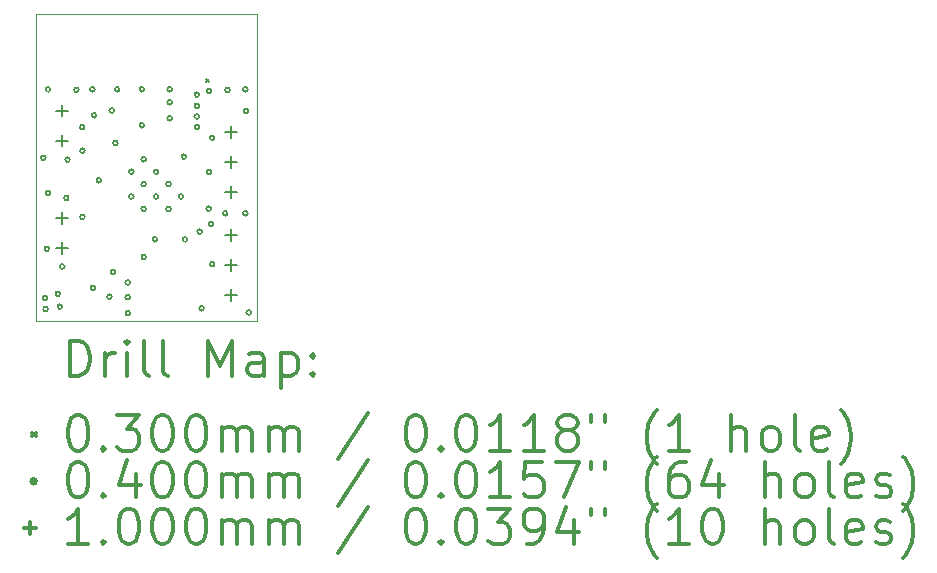
<source format=gbr>
%FSLAX45Y45*%
G04 Gerber Fmt 4.5, Leading zero omitted, Abs format (unit mm)*
G04 Created by KiCad (PCBNEW (5.1.10-1-10_14)) date 2021-11-01 10:51:18*
%MOMM*%
%LPD*%
G01*
G04 APERTURE LIST*
%TA.AperFunction,Profile*%
%ADD10C,0.050000*%
%TD*%
%ADD11C,0.200000*%
%ADD12C,0.300000*%
G04 APERTURE END LIST*
D10*
X10460000Y-7110000D02*
X10460000Y-4510000D01*
X12330000Y-7110000D02*
X10460000Y-7110000D01*
X12330000Y-4510000D02*
X12330000Y-7110000D01*
X10460000Y-4510000D02*
X12330000Y-4510000D01*
D11*
X11895000Y-5060000D02*
X11925000Y-5090000D01*
X11925000Y-5060000D02*
X11895000Y-5090000D01*
X10540000Y-5730000D02*
G75*
G03*
X10540000Y-5730000I-20000J0D01*
G01*
X10555000Y-6915000D02*
G75*
G03*
X10555000Y-6915000I-20000J0D01*
G01*
X10560000Y-7010000D02*
G75*
G03*
X10560000Y-7010000I-20000J0D01*
G01*
X10570000Y-6500000D02*
G75*
G03*
X10570000Y-6500000I-20000J0D01*
G01*
X10580000Y-5150000D02*
G75*
G03*
X10580000Y-5150000I-20000J0D01*
G01*
X10580000Y-6030000D02*
G75*
G03*
X10580000Y-6030000I-20000J0D01*
G01*
X10662500Y-6882500D02*
G75*
G03*
X10662500Y-6882500I-20000J0D01*
G01*
X10680000Y-6990000D02*
G75*
G03*
X10680000Y-6990000I-20000J0D01*
G01*
X10700000Y-6650000D02*
G75*
G03*
X10700000Y-6650000I-20000J0D01*
G01*
X10735000Y-6070000D02*
G75*
G03*
X10735000Y-6070000I-20000J0D01*
G01*
X10745000Y-5745000D02*
G75*
G03*
X10745000Y-5745000I-20000J0D01*
G01*
X10820000Y-5155000D02*
G75*
G03*
X10820000Y-5155000I-20000J0D01*
G01*
X10870000Y-5470000D02*
G75*
G03*
X10870000Y-5470000I-20000J0D01*
G01*
X10871000Y-6230000D02*
G75*
G03*
X10871000Y-6230000I-20000J0D01*
G01*
X10871563Y-5668437D02*
G75*
G03*
X10871563Y-5668437I-20000J0D01*
G01*
X10955000Y-5150000D02*
G75*
G03*
X10955000Y-5150000I-20000J0D01*
G01*
X10960000Y-6830000D02*
G75*
G03*
X10960000Y-6830000I-20000J0D01*
G01*
X10970000Y-5370000D02*
G75*
G03*
X10970000Y-5370000I-20000J0D01*
G01*
X11010000Y-5920000D02*
G75*
G03*
X11010000Y-5920000I-20000J0D01*
G01*
X11100000Y-6905000D02*
G75*
G03*
X11100000Y-6905000I-20000J0D01*
G01*
X11120000Y-5330000D02*
G75*
G03*
X11120000Y-5330000I-20000J0D01*
G01*
X11130000Y-6695000D02*
G75*
G03*
X11130000Y-6695000I-20000J0D01*
G01*
X11150000Y-5605000D02*
G75*
G03*
X11150000Y-5605000I-20000J0D01*
G01*
X11165000Y-5150000D02*
G75*
G03*
X11165000Y-5150000I-20000J0D01*
G01*
X11255000Y-6785981D02*
G75*
G03*
X11255000Y-6785981I-20000J0D01*
G01*
X11255000Y-6910000D02*
G75*
G03*
X11255000Y-6910000I-20000J0D01*
G01*
X11255000Y-7045000D02*
G75*
G03*
X11255000Y-7045000I-20000J0D01*
G01*
X11285000Y-5847500D02*
G75*
G03*
X11285000Y-5847500I-20000J0D01*
G01*
X11285000Y-6057500D02*
G75*
G03*
X11285000Y-6057500I-20000J0D01*
G01*
X11375000Y-5150000D02*
G75*
G03*
X11375000Y-5150000I-20000J0D01*
G01*
X11375000Y-5455000D02*
G75*
G03*
X11375000Y-5455000I-20000J0D01*
G01*
X11390000Y-5742500D02*
G75*
G03*
X11390000Y-5742500I-20000J0D01*
G01*
X11390000Y-5952500D02*
G75*
G03*
X11390000Y-5952500I-20000J0D01*
G01*
X11390000Y-6162500D02*
G75*
G03*
X11390000Y-6162500I-20000J0D01*
G01*
X11390000Y-6570000D02*
G75*
G03*
X11390000Y-6570000I-20000J0D01*
G01*
X11485000Y-6420000D02*
G75*
G03*
X11485000Y-6420000I-20000J0D01*
G01*
X11495000Y-5847500D02*
G75*
G03*
X11495000Y-5847500I-20000J0D01*
G01*
X11495000Y-6057500D02*
G75*
G03*
X11495000Y-6057500I-20000J0D01*
G01*
X11600000Y-5952500D02*
G75*
G03*
X11600000Y-5952500I-20000J0D01*
G01*
X11600000Y-6162500D02*
G75*
G03*
X11600000Y-6162500I-20000J0D01*
G01*
X11610000Y-5150000D02*
G75*
G03*
X11610000Y-5150000I-20000J0D01*
G01*
X11610000Y-5260000D02*
G75*
G03*
X11610000Y-5260000I-20000J0D01*
G01*
X11610000Y-5395000D02*
G75*
G03*
X11610000Y-5395000I-20000J0D01*
G01*
X11705000Y-6057500D02*
G75*
G03*
X11705000Y-6057500I-20000J0D01*
G01*
X11730000Y-5720000D02*
G75*
G03*
X11730000Y-5720000I-20000J0D01*
G01*
X11740000Y-6420000D02*
G75*
G03*
X11740000Y-6420000I-20000J0D01*
G01*
X11840000Y-5195000D02*
G75*
G03*
X11840000Y-5195000I-20000J0D01*
G01*
X11840000Y-5290000D02*
G75*
G03*
X11840000Y-5290000I-20000J0D01*
G01*
X11840000Y-5380000D02*
G75*
G03*
X11840000Y-5380000I-20000J0D01*
G01*
X11840000Y-5470000D02*
G75*
G03*
X11840000Y-5470000I-20000J0D01*
G01*
X11865000Y-6355000D02*
G75*
G03*
X11865000Y-6355000I-20000J0D01*
G01*
X11880000Y-7005000D02*
G75*
G03*
X11880000Y-7005000I-20000J0D01*
G01*
X11940000Y-6160000D02*
G75*
G03*
X11940000Y-6160000I-20000J0D01*
G01*
X11941499Y-5850000D02*
G75*
G03*
X11941499Y-5850000I-20000J0D01*
G01*
X11942500Y-5165000D02*
G75*
G03*
X11942500Y-5165000I-20000J0D01*
G01*
X11960000Y-6290000D02*
G75*
G03*
X11960000Y-6290000I-20000J0D01*
G01*
X11970000Y-5560000D02*
G75*
G03*
X11970000Y-5560000I-20000J0D01*
G01*
X11970000Y-6630000D02*
G75*
G03*
X11970000Y-6630000I-20000J0D01*
G01*
X12080000Y-6200000D02*
G75*
G03*
X12080000Y-6200000I-20000J0D01*
G01*
X12100000Y-5155000D02*
G75*
G03*
X12100000Y-5155000I-20000J0D01*
G01*
X12250000Y-5150000D02*
G75*
G03*
X12250000Y-5150000I-20000J0D01*
G01*
X12250000Y-6200000D02*
G75*
G03*
X12250000Y-6200000I-20000J0D01*
G01*
X12255000Y-5335000D02*
G75*
G03*
X12255000Y-5335000I-20000J0D01*
G01*
X12280000Y-7040000D02*
G75*
G03*
X12280000Y-7040000I-20000J0D01*
G01*
X10680000Y-5280000D02*
X10680000Y-5380000D01*
X10630000Y-5330000D02*
X10730000Y-5330000D01*
X10680000Y-5534000D02*
X10680000Y-5634000D01*
X10630000Y-5584000D02*
X10730000Y-5584000D01*
X10680000Y-6190000D02*
X10680000Y-6290000D01*
X10630000Y-6240000D02*
X10730000Y-6240000D01*
X10680000Y-6444000D02*
X10680000Y-6544000D01*
X10630000Y-6494000D02*
X10730000Y-6494000D01*
X12110000Y-5462000D02*
X12110000Y-5562000D01*
X12060000Y-5512000D02*
X12160000Y-5512000D01*
X12110000Y-5716000D02*
X12110000Y-5816000D01*
X12060000Y-5766000D02*
X12160000Y-5766000D01*
X12110000Y-5970000D02*
X12110000Y-6070000D01*
X12060000Y-6020000D02*
X12160000Y-6020000D01*
X12110000Y-6330000D02*
X12110000Y-6430000D01*
X12060000Y-6380000D02*
X12160000Y-6380000D01*
X12110000Y-6584000D02*
X12110000Y-6684000D01*
X12060000Y-6634000D02*
X12160000Y-6634000D01*
X12110000Y-6838000D02*
X12110000Y-6938000D01*
X12060000Y-6888000D02*
X12160000Y-6888000D01*
D12*
X10743928Y-7578214D02*
X10743928Y-7278214D01*
X10815357Y-7278214D01*
X10858214Y-7292500D01*
X10886786Y-7321071D01*
X10901071Y-7349643D01*
X10915357Y-7406786D01*
X10915357Y-7449643D01*
X10901071Y-7506786D01*
X10886786Y-7535357D01*
X10858214Y-7563929D01*
X10815357Y-7578214D01*
X10743928Y-7578214D01*
X11043928Y-7578214D02*
X11043928Y-7378214D01*
X11043928Y-7435357D02*
X11058214Y-7406786D01*
X11072500Y-7392500D01*
X11101071Y-7378214D01*
X11129643Y-7378214D01*
X11229643Y-7578214D02*
X11229643Y-7378214D01*
X11229643Y-7278214D02*
X11215357Y-7292500D01*
X11229643Y-7306786D01*
X11243928Y-7292500D01*
X11229643Y-7278214D01*
X11229643Y-7306786D01*
X11415357Y-7578214D02*
X11386786Y-7563929D01*
X11372500Y-7535357D01*
X11372500Y-7278214D01*
X11572500Y-7578214D02*
X11543928Y-7563929D01*
X11529643Y-7535357D01*
X11529643Y-7278214D01*
X11915357Y-7578214D02*
X11915357Y-7278214D01*
X12015357Y-7492500D01*
X12115357Y-7278214D01*
X12115357Y-7578214D01*
X12386786Y-7578214D02*
X12386786Y-7421071D01*
X12372500Y-7392500D01*
X12343928Y-7378214D01*
X12286786Y-7378214D01*
X12258214Y-7392500D01*
X12386786Y-7563929D02*
X12358214Y-7578214D01*
X12286786Y-7578214D01*
X12258214Y-7563929D01*
X12243928Y-7535357D01*
X12243928Y-7506786D01*
X12258214Y-7478214D01*
X12286786Y-7463929D01*
X12358214Y-7463929D01*
X12386786Y-7449643D01*
X12529643Y-7378214D02*
X12529643Y-7678214D01*
X12529643Y-7392500D02*
X12558214Y-7378214D01*
X12615357Y-7378214D01*
X12643928Y-7392500D01*
X12658214Y-7406786D01*
X12672500Y-7435357D01*
X12672500Y-7521071D01*
X12658214Y-7549643D01*
X12643928Y-7563929D01*
X12615357Y-7578214D01*
X12558214Y-7578214D01*
X12529643Y-7563929D01*
X12801071Y-7549643D02*
X12815357Y-7563929D01*
X12801071Y-7578214D01*
X12786786Y-7563929D01*
X12801071Y-7549643D01*
X12801071Y-7578214D01*
X12801071Y-7392500D02*
X12815357Y-7406786D01*
X12801071Y-7421071D01*
X12786786Y-7406786D01*
X12801071Y-7392500D01*
X12801071Y-7421071D01*
X10427500Y-8057500D02*
X10457500Y-8087500D01*
X10457500Y-8057500D02*
X10427500Y-8087500D01*
X10801071Y-7908214D02*
X10829643Y-7908214D01*
X10858214Y-7922500D01*
X10872500Y-7936786D01*
X10886786Y-7965357D01*
X10901071Y-8022500D01*
X10901071Y-8093929D01*
X10886786Y-8151071D01*
X10872500Y-8179643D01*
X10858214Y-8193929D01*
X10829643Y-8208214D01*
X10801071Y-8208214D01*
X10772500Y-8193929D01*
X10758214Y-8179643D01*
X10743928Y-8151071D01*
X10729643Y-8093929D01*
X10729643Y-8022500D01*
X10743928Y-7965357D01*
X10758214Y-7936786D01*
X10772500Y-7922500D01*
X10801071Y-7908214D01*
X11029643Y-8179643D02*
X11043928Y-8193929D01*
X11029643Y-8208214D01*
X11015357Y-8193929D01*
X11029643Y-8179643D01*
X11029643Y-8208214D01*
X11143928Y-7908214D02*
X11329643Y-7908214D01*
X11229643Y-8022500D01*
X11272500Y-8022500D01*
X11301071Y-8036786D01*
X11315357Y-8051071D01*
X11329643Y-8079643D01*
X11329643Y-8151071D01*
X11315357Y-8179643D01*
X11301071Y-8193929D01*
X11272500Y-8208214D01*
X11186786Y-8208214D01*
X11158214Y-8193929D01*
X11143928Y-8179643D01*
X11515357Y-7908214D02*
X11543928Y-7908214D01*
X11572500Y-7922500D01*
X11586786Y-7936786D01*
X11601071Y-7965357D01*
X11615357Y-8022500D01*
X11615357Y-8093929D01*
X11601071Y-8151071D01*
X11586786Y-8179643D01*
X11572500Y-8193929D01*
X11543928Y-8208214D01*
X11515357Y-8208214D01*
X11486786Y-8193929D01*
X11472500Y-8179643D01*
X11458214Y-8151071D01*
X11443928Y-8093929D01*
X11443928Y-8022500D01*
X11458214Y-7965357D01*
X11472500Y-7936786D01*
X11486786Y-7922500D01*
X11515357Y-7908214D01*
X11801071Y-7908214D02*
X11829643Y-7908214D01*
X11858214Y-7922500D01*
X11872500Y-7936786D01*
X11886786Y-7965357D01*
X11901071Y-8022500D01*
X11901071Y-8093929D01*
X11886786Y-8151071D01*
X11872500Y-8179643D01*
X11858214Y-8193929D01*
X11829643Y-8208214D01*
X11801071Y-8208214D01*
X11772500Y-8193929D01*
X11758214Y-8179643D01*
X11743928Y-8151071D01*
X11729643Y-8093929D01*
X11729643Y-8022500D01*
X11743928Y-7965357D01*
X11758214Y-7936786D01*
X11772500Y-7922500D01*
X11801071Y-7908214D01*
X12029643Y-8208214D02*
X12029643Y-8008214D01*
X12029643Y-8036786D02*
X12043928Y-8022500D01*
X12072500Y-8008214D01*
X12115357Y-8008214D01*
X12143928Y-8022500D01*
X12158214Y-8051071D01*
X12158214Y-8208214D01*
X12158214Y-8051071D02*
X12172500Y-8022500D01*
X12201071Y-8008214D01*
X12243928Y-8008214D01*
X12272500Y-8022500D01*
X12286786Y-8051071D01*
X12286786Y-8208214D01*
X12429643Y-8208214D02*
X12429643Y-8008214D01*
X12429643Y-8036786D02*
X12443928Y-8022500D01*
X12472500Y-8008214D01*
X12515357Y-8008214D01*
X12543928Y-8022500D01*
X12558214Y-8051071D01*
X12558214Y-8208214D01*
X12558214Y-8051071D02*
X12572500Y-8022500D01*
X12601071Y-8008214D01*
X12643928Y-8008214D01*
X12672500Y-8022500D01*
X12686786Y-8051071D01*
X12686786Y-8208214D01*
X13272500Y-7893929D02*
X13015357Y-8279643D01*
X13658214Y-7908214D02*
X13686786Y-7908214D01*
X13715357Y-7922500D01*
X13729643Y-7936786D01*
X13743928Y-7965357D01*
X13758214Y-8022500D01*
X13758214Y-8093929D01*
X13743928Y-8151071D01*
X13729643Y-8179643D01*
X13715357Y-8193929D01*
X13686786Y-8208214D01*
X13658214Y-8208214D01*
X13629643Y-8193929D01*
X13615357Y-8179643D01*
X13601071Y-8151071D01*
X13586786Y-8093929D01*
X13586786Y-8022500D01*
X13601071Y-7965357D01*
X13615357Y-7936786D01*
X13629643Y-7922500D01*
X13658214Y-7908214D01*
X13886786Y-8179643D02*
X13901071Y-8193929D01*
X13886786Y-8208214D01*
X13872500Y-8193929D01*
X13886786Y-8179643D01*
X13886786Y-8208214D01*
X14086786Y-7908214D02*
X14115357Y-7908214D01*
X14143928Y-7922500D01*
X14158214Y-7936786D01*
X14172500Y-7965357D01*
X14186786Y-8022500D01*
X14186786Y-8093929D01*
X14172500Y-8151071D01*
X14158214Y-8179643D01*
X14143928Y-8193929D01*
X14115357Y-8208214D01*
X14086786Y-8208214D01*
X14058214Y-8193929D01*
X14043928Y-8179643D01*
X14029643Y-8151071D01*
X14015357Y-8093929D01*
X14015357Y-8022500D01*
X14029643Y-7965357D01*
X14043928Y-7936786D01*
X14058214Y-7922500D01*
X14086786Y-7908214D01*
X14472500Y-8208214D02*
X14301071Y-8208214D01*
X14386786Y-8208214D02*
X14386786Y-7908214D01*
X14358214Y-7951071D01*
X14329643Y-7979643D01*
X14301071Y-7993929D01*
X14758214Y-8208214D02*
X14586786Y-8208214D01*
X14672500Y-8208214D02*
X14672500Y-7908214D01*
X14643928Y-7951071D01*
X14615357Y-7979643D01*
X14586786Y-7993929D01*
X14929643Y-8036786D02*
X14901071Y-8022500D01*
X14886786Y-8008214D01*
X14872500Y-7979643D01*
X14872500Y-7965357D01*
X14886786Y-7936786D01*
X14901071Y-7922500D01*
X14929643Y-7908214D01*
X14986786Y-7908214D01*
X15015357Y-7922500D01*
X15029643Y-7936786D01*
X15043928Y-7965357D01*
X15043928Y-7979643D01*
X15029643Y-8008214D01*
X15015357Y-8022500D01*
X14986786Y-8036786D01*
X14929643Y-8036786D01*
X14901071Y-8051071D01*
X14886786Y-8065357D01*
X14872500Y-8093929D01*
X14872500Y-8151071D01*
X14886786Y-8179643D01*
X14901071Y-8193929D01*
X14929643Y-8208214D01*
X14986786Y-8208214D01*
X15015357Y-8193929D01*
X15029643Y-8179643D01*
X15043928Y-8151071D01*
X15043928Y-8093929D01*
X15029643Y-8065357D01*
X15015357Y-8051071D01*
X14986786Y-8036786D01*
X15158214Y-7908214D02*
X15158214Y-7965357D01*
X15272500Y-7908214D02*
X15272500Y-7965357D01*
X15715357Y-8322500D02*
X15701071Y-8308214D01*
X15672500Y-8265357D01*
X15658214Y-8236786D01*
X15643928Y-8193929D01*
X15629643Y-8122500D01*
X15629643Y-8065357D01*
X15643928Y-7993929D01*
X15658214Y-7951071D01*
X15672500Y-7922500D01*
X15701071Y-7879643D01*
X15715357Y-7865357D01*
X15986786Y-8208214D02*
X15815357Y-8208214D01*
X15901071Y-8208214D02*
X15901071Y-7908214D01*
X15872500Y-7951071D01*
X15843928Y-7979643D01*
X15815357Y-7993929D01*
X16343928Y-8208214D02*
X16343928Y-7908214D01*
X16472500Y-8208214D02*
X16472500Y-8051071D01*
X16458214Y-8022500D01*
X16429643Y-8008214D01*
X16386786Y-8008214D01*
X16358214Y-8022500D01*
X16343928Y-8036786D01*
X16658214Y-8208214D02*
X16629643Y-8193929D01*
X16615357Y-8179643D01*
X16601071Y-8151071D01*
X16601071Y-8065357D01*
X16615357Y-8036786D01*
X16629643Y-8022500D01*
X16658214Y-8008214D01*
X16701071Y-8008214D01*
X16729643Y-8022500D01*
X16743928Y-8036786D01*
X16758214Y-8065357D01*
X16758214Y-8151071D01*
X16743928Y-8179643D01*
X16729643Y-8193929D01*
X16701071Y-8208214D01*
X16658214Y-8208214D01*
X16929643Y-8208214D02*
X16901071Y-8193929D01*
X16886786Y-8165357D01*
X16886786Y-7908214D01*
X17158214Y-8193929D02*
X17129643Y-8208214D01*
X17072500Y-8208214D01*
X17043928Y-8193929D01*
X17029643Y-8165357D01*
X17029643Y-8051071D01*
X17043928Y-8022500D01*
X17072500Y-8008214D01*
X17129643Y-8008214D01*
X17158214Y-8022500D01*
X17172500Y-8051071D01*
X17172500Y-8079643D01*
X17029643Y-8108214D01*
X17272500Y-8322500D02*
X17286786Y-8308214D01*
X17315357Y-8265357D01*
X17329643Y-8236786D01*
X17343928Y-8193929D01*
X17358214Y-8122500D01*
X17358214Y-8065357D01*
X17343928Y-7993929D01*
X17329643Y-7951071D01*
X17315357Y-7922500D01*
X17286786Y-7879643D01*
X17272500Y-7865357D01*
X10457500Y-8468500D02*
G75*
G03*
X10457500Y-8468500I-20000J0D01*
G01*
X10801071Y-8304214D02*
X10829643Y-8304214D01*
X10858214Y-8318500D01*
X10872500Y-8332786D01*
X10886786Y-8361357D01*
X10901071Y-8418500D01*
X10901071Y-8489929D01*
X10886786Y-8547072D01*
X10872500Y-8575643D01*
X10858214Y-8589929D01*
X10829643Y-8604214D01*
X10801071Y-8604214D01*
X10772500Y-8589929D01*
X10758214Y-8575643D01*
X10743928Y-8547072D01*
X10729643Y-8489929D01*
X10729643Y-8418500D01*
X10743928Y-8361357D01*
X10758214Y-8332786D01*
X10772500Y-8318500D01*
X10801071Y-8304214D01*
X11029643Y-8575643D02*
X11043928Y-8589929D01*
X11029643Y-8604214D01*
X11015357Y-8589929D01*
X11029643Y-8575643D01*
X11029643Y-8604214D01*
X11301071Y-8404214D02*
X11301071Y-8604214D01*
X11229643Y-8289929D02*
X11158214Y-8504214D01*
X11343928Y-8504214D01*
X11515357Y-8304214D02*
X11543928Y-8304214D01*
X11572500Y-8318500D01*
X11586786Y-8332786D01*
X11601071Y-8361357D01*
X11615357Y-8418500D01*
X11615357Y-8489929D01*
X11601071Y-8547072D01*
X11586786Y-8575643D01*
X11572500Y-8589929D01*
X11543928Y-8604214D01*
X11515357Y-8604214D01*
X11486786Y-8589929D01*
X11472500Y-8575643D01*
X11458214Y-8547072D01*
X11443928Y-8489929D01*
X11443928Y-8418500D01*
X11458214Y-8361357D01*
X11472500Y-8332786D01*
X11486786Y-8318500D01*
X11515357Y-8304214D01*
X11801071Y-8304214D02*
X11829643Y-8304214D01*
X11858214Y-8318500D01*
X11872500Y-8332786D01*
X11886786Y-8361357D01*
X11901071Y-8418500D01*
X11901071Y-8489929D01*
X11886786Y-8547072D01*
X11872500Y-8575643D01*
X11858214Y-8589929D01*
X11829643Y-8604214D01*
X11801071Y-8604214D01*
X11772500Y-8589929D01*
X11758214Y-8575643D01*
X11743928Y-8547072D01*
X11729643Y-8489929D01*
X11729643Y-8418500D01*
X11743928Y-8361357D01*
X11758214Y-8332786D01*
X11772500Y-8318500D01*
X11801071Y-8304214D01*
X12029643Y-8604214D02*
X12029643Y-8404214D01*
X12029643Y-8432786D02*
X12043928Y-8418500D01*
X12072500Y-8404214D01*
X12115357Y-8404214D01*
X12143928Y-8418500D01*
X12158214Y-8447072D01*
X12158214Y-8604214D01*
X12158214Y-8447072D02*
X12172500Y-8418500D01*
X12201071Y-8404214D01*
X12243928Y-8404214D01*
X12272500Y-8418500D01*
X12286786Y-8447072D01*
X12286786Y-8604214D01*
X12429643Y-8604214D02*
X12429643Y-8404214D01*
X12429643Y-8432786D02*
X12443928Y-8418500D01*
X12472500Y-8404214D01*
X12515357Y-8404214D01*
X12543928Y-8418500D01*
X12558214Y-8447072D01*
X12558214Y-8604214D01*
X12558214Y-8447072D02*
X12572500Y-8418500D01*
X12601071Y-8404214D01*
X12643928Y-8404214D01*
X12672500Y-8418500D01*
X12686786Y-8447072D01*
X12686786Y-8604214D01*
X13272500Y-8289929D02*
X13015357Y-8675643D01*
X13658214Y-8304214D02*
X13686786Y-8304214D01*
X13715357Y-8318500D01*
X13729643Y-8332786D01*
X13743928Y-8361357D01*
X13758214Y-8418500D01*
X13758214Y-8489929D01*
X13743928Y-8547072D01*
X13729643Y-8575643D01*
X13715357Y-8589929D01*
X13686786Y-8604214D01*
X13658214Y-8604214D01*
X13629643Y-8589929D01*
X13615357Y-8575643D01*
X13601071Y-8547072D01*
X13586786Y-8489929D01*
X13586786Y-8418500D01*
X13601071Y-8361357D01*
X13615357Y-8332786D01*
X13629643Y-8318500D01*
X13658214Y-8304214D01*
X13886786Y-8575643D02*
X13901071Y-8589929D01*
X13886786Y-8604214D01*
X13872500Y-8589929D01*
X13886786Y-8575643D01*
X13886786Y-8604214D01*
X14086786Y-8304214D02*
X14115357Y-8304214D01*
X14143928Y-8318500D01*
X14158214Y-8332786D01*
X14172500Y-8361357D01*
X14186786Y-8418500D01*
X14186786Y-8489929D01*
X14172500Y-8547072D01*
X14158214Y-8575643D01*
X14143928Y-8589929D01*
X14115357Y-8604214D01*
X14086786Y-8604214D01*
X14058214Y-8589929D01*
X14043928Y-8575643D01*
X14029643Y-8547072D01*
X14015357Y-8489929D01*
X14015357Y-8418500D01*
X14029643Y-8361357D01*
X14043928Y-8332786D01*
X14058214Y-8318500D01*
X14086786Y-8304214D01*
X14472500Y-8604214D02*
X14301071Y-8604214D01*
X14386786Y-8604214D02*
X14386786Y-8304214D01*
X14358214Y-8347071D01*
X14329643Y-8375643D01*
X14301071Y-8389929D01*
X14743928Y-8304214D02*
X14601071Y-8304214D01*
X14586786Y-8447072D01*
X14601071Y-8432786D01*
X14629643Y-8418500D01*
X14701071Y-8418500D01*
X14729643Y-8432786D01*
X14743928Y-8447072D01*
X14758214Y-8475643D01*
X14758214Y-8547072D01*
X14743928Y-8575643D01*
X14729643Y-8589929D01*
X14701071Y-8604214D01*
X14629643Y-8604214D01*
X14601071Y-8589929D01*
X14586786Y-8575643D01*
X14858214Y-8304214D02*
X15058214Y-8304214D01*
X14929643Y-8604214D01*
X15158214Y-8304214D02*
X15158214Y-8361357D01*
X15272500Y-8304214D02*
X15272500Y-8361357D01*
X15715357Y-8718500D02*
X15701071Y-8704214D01*
X15672500Y-8661357D01*
X15658214Y-8632786D01*
X15643928Y-8589929D01*
X15629643Y-8518500D01*
X15629643Y-8461357D01*
X15643928Y-8389929D01*
X15658214Y-8347071D01*
X15672500Y-8318500D01*
X15701071Y-8275643D01*
X15715357Y-8261357D01*
X15958214Y-8304214D02*
X15901071Y-8304214D01*
X15872500Y-8318500D01*
X15858214Y-8332786D01*
X15829643Y-8375643D01*
X15815357Y-8432786D01*
X15815357Y-8547072D01*
X15829643Y-8575643D01*
X15843928Y-8589929D01*
X15872500Y-8604214D01*
X15929643Y-8604214D01*
X15958214Y-8589929D01*
X15972500Y-8575643D01*
X15986786Y-8547072D01*
X15986786Y-8475643D01*
X15972500Y-8447072D01*
X15958214Y-8432786D01*
X15929643Y-8418500D01*
X15872500Y-8418500D01*
X15843928Y-8432786D01*
X15829643Y-8447072D01*
X15815357Y-8475643D01*
X16243928Y-8404214D02*
X16243928Y-8604214D01*
X16172500Y-8289929D02*
X16101071Y-8504214D01*
X16286786Y-8504214D01*
X16629643Y-8604214D02*
X16629643Y-8304214D01*
X16758214Y-8604214D02*
X16758214Y-8447072D01*
X16743928Y-8418500D01*
X16715357Y-8404214D01*
X16672500Y-8404214D01*
X16643928Y-8418500D01*
X16629643Y-8432786D01*
X16943928Y-8604214D02*
X16915357Y-8589929D01*
X16901071Y-8575643D01*
X16886786Y-8547072D01*
X16886786Y-8461357D01*
X16901071Y-8432786D01*
X16915357Y-8418500D01*
X16943928Y-8404214D01*
X16986786Y-8404214D01*
X17015357Y-8418500D01*
X17029643Y-8432786D01*
X17043928Y-8461357D01*
X17043928Y-8547072D01*
X17029643Y-8575643D01*
X17015357Y-8589929D01*
X16986786Y-8604214D01*
X16943928Y-8604214D01*
X17215357Y-8604214D02*
X17186786Y-8589929D01*
X17172500Y-8561357D01*
X17172500Y-8304214D01*
X17443928Y-8589929D02*
X17415357Y-8604214D01*
X17358214Y-8604214D01*
X17329643Y-8589929D01*
X17315357Y-8561357D01*
X17315357Y-8447072D01*
X17329643Y-8418500D01*
X17358214Y-8404214D01*
X17415357Y-8404214D01*
X17443928Y-8418500D01*
X17458214Y-8447072D01*
X17458214Y-8475643D01*
X17315357Y-8504214D01*
X17572500Y-8589929D02*
X17601071Y-8604214D01*
X17658214Y-8604214D01*
X17686786Y-8589929D01*
X17701071Y-8561357D01*
X17701071Y-8547072D01*
X17686786Y-8518500D01*
X17658214Y-8504214D01*
X17615357Y-8504214D01*
X17586786Y-8489929D01*
X17572500Y-8461357D01*
X17572500Y-8447072D01*
X17586786Y-8418500D01*
X17615357Y-8404214D01*
X17658214Y-8404214D01*
X17686786Y-8418500D01*
X17801071Y-8718500D02*
X17815357Y-8704214D01*
X17843928Y-8661357D01*
X17858214Y-8632786D01*
X17872500Y-8589929D01*
X17886786Y-8518500D01*
X17886786Y-8461357D01*
X17872500Y-8389929D01*
X17858214Y-8347071D01*
X17843928Y-8318500D01*
X17815357Y-8275643D01*
X17801071Y-8261357D01*
X10407500Y-8814500D02*
X10407500Y-8914500D01*
X10357500Y-8864500D02*
X10457500Y-8864500D01*
X10901071Y-9000214D02*
X10729643Y-9000214D01*
X10815357Y-9000214D02*
X10815357Y-8700214D01*
X10786786Y-8743072D01*
X10758214Y-8771643D01*
X10729643Y-8785929D01*
X11029643Y-8971643D02*
X11043928Y-8985929D01*
X11029643Y-9000214D01*
X11015357Y-8985929D01*
X11029643Y-8971643D01*
X11029643Y-9000214D01*
X11229643Y-8700214D02*
X11258214Y-8700214D01*
X11286786Y-8714500D01*
X11301071Y-8728786D01*
X11315357Y-8757357D01*
X11329643Y-8814500D01*
X11329643Y-8885929D01*
X11315357Y-8943072D01*
X11301071Y-8971643D01*
X11286786Y-8985929D01*
X11258214Y-9000214D01*
X11229643Y-9000214D01*
X11201071Y-8985929D01*
X11186786Y-8971643D01*
X11172500Y-8943072D01*
X11158214Y-8885929D01*
X11158214Y-8814500D01*
X11172500Y-8757357D01*
X11186786Y-8728786D01*
X11201071Y-8714500D01*
X11229643Y-8700214D01*
X11515357Y-8700214D02*
X11543928Y-8700214D01*
X11572500Y-8714500D01*
X11586786Y-8728786D01*
X11601071Y-8757357D01*
X11615357Y-8814500D01*
X11615357Y-8885929D01*
X11601071Y-8943072D01*
X11586786Y-8971643D01*
X11572500Y-8985929D01*
X11543928Y-9000214D01*
X11515357Y-9000214D01*
X11486786Y-8985929D01*
X11472500Y-8971643D01*
X11458214Y-8943072D01*
X11443928Y-8885929D01*
X11443928Y-8814500D01*
X11458214Y-8757357D01*
X11472500Y-8728786D01*
X11486786Y-8714500D01*
X11515357Y-8700214D01*
X11801071Y-8700214D02*
X11829643Y-8700214D01*
X11858214Y-8714500D01*
X11872500Y-8728786D01*
X11886786Y-8757357D01*
X11901071Y-8814500D01*
X11901071Y-8885929D01*
X11886786Y-8943072D01*
X11872500Y-8971643D01*
X11858214Y-8985929D01*
X11829643Y-9000214D01*
X11801071Y-9000214D01*
X11772500Y-8985929D01*
X11758214Y-8971643D01*
X11743928Y-8943072D01*
X11729643Y-8885929D01*
X11729643Y-8814500D01*
X11743928Y-8757357D01*
X11758214Y-8728786D01*
X11772500Y-8714500D01*
X11801071Y-8700214D01*
X12029643Y-9000214D02*
X12029643Y-8800214D01*
X12029643Y-8828786D02*
X12043928Y-8814500D01*
X12072500Y-8800214D01*
X12115357Y-8800214D01*
X12143928Y-8814500D01*
X12158214Y-8843072D01*
X12158214Y-9000214D01*
X12158214Y-8843072D02*
X12172500Y-8814500D01*
X12201071Y-8800214D01*
X12243928Y-8800214D01*
X12272500Y-8814500D01*
X12286786Y-8843072D01*
X12286786Y-9000214D01*
X12429643Y-9000214D02*
X12429643Y-8800214D01*
X12429643Y-8828786D02*
X12443928Y-8814500D01*
X12472500Y-8800214D01*
X12515357Y-8800214D01*
X12543928Y-8814500D01*
X12558214Y-8843072D01*
X12558214Y-9000214D01*
X12558214Y-8843072D02*
X12572500Y-8814500D01*
X12601071Y-8800214D01*
X12643928Y-8800214D01*
X12672500Y-8814500D01*
X12686786Y-8843072D01*
X12686786Y-9000214D01*
X13272500Y-8685929D02*
X13015357Y-9071643D01*
X13658214Y-8700214D02*
X13686786Y-8700214D01*
X13715357Y-8714500D01*
X13729643Y-8728786D01*
X13743928Y-8757357D01*
X13758214Y-8814500D01*
X13758214Y-8885929D01*
X13743928Y-8943072D01*
X13729643Y-8971643D01*
X13715357Y-8985929D01*
X13686786Y-9000214D01*
X13658214Y-9000214D01*
X13629643Y-8985929D01*
X13615357Y-8971643D01*
X13601071Y-8943072D01*
X13586786Y-8885929D01*
X13586786Y-8814500D01*
X13601071Y-8757357D01*
X13615357Y-8728786D01*
X13629643Y-8714500D01*
X13658214Y-8700214D01*
X13886786Y-8971643D02*
X13901071Y-8985929D01*
X13886786Y-9000214D01*
X13872500Y-8985929D01*
X13886786Y-8971643D01*
X13886786Y-9000214D01*
X14086786Y-8700214D02*
X14115357Y-8700214D01*
X14143928Y-8714500D01*
X14158214Y-8728786D01*
X14172500Y-8757357D01*
X14186786Y-8814500D01*
X14186786Y-8885929D01*
X14172500Y-8943072D01*
X14158214Y-8971643D01*
X14143928Y-8985929D01*
X14115357Y-9000214D01*
X14086786Y-9000214D01*
X14058214Y-8985929D01*
X14043928Y-8971643D01*
X14029643Y-8943072D01*
X14015357Y-8885929D01*
X14015357Y-8814500D01*
X14029643Y-8757357D01*
X14043928Y-8728786D01*
X14058214Y-8714500D01*
X14086786Y-8700214D01*
X14286786Y-8700214D02*
X14472500Y-8700214D01*
X14372500Y-8814500D01*
X14415357Y-8814500D01*
X14443928Y-8828786D01*
X14458214Y-8843072D01*
X14472500Y-8871643D01*
X14472500Y-8943072D01*
X14458214Y-8971643D01*
X14443928Y-8985929D01*
X14415357Y-9000214D01*
X14329643Y-9000214D01*
X14301071Y-8985929D01*
X14286786Y-8971643D01*
X14615357Y-9000214D02*
X14672500Y-9000214D01*
X14701071Y-8985929D01*
X14715357Y-8971643D01*
X14743928Y-8928786D01*
X14758214Y-8871643D01*
X14758214Y-8757357D01*
X14743928Y-8728786D01*
X14729643Y-8714500D01*
X14701071Y-8700214D01*
X14643928Y-8700214D01*
X14615357Y-8714500D01*
X14601071Y-8728786D01*
X14586786Y-8757357D01*
X14586786Y-8828786D01*
X14601071Y-8857357D01*
X14615357Y-8871643D01*
X14643928Y-8885929D01*
X14701071Y-8885929D01*
X14729643Y-8871643D01*
X14743928Y-8857357D01*
X14758214Y-8828786D01*
X15015357Y-8800214D02*
X15015357Y-9000214D01*
X14943928Y-8685929D02*
X14872500Y-8900214D01*
X15058214Y-8900214D01*
X15158214Y-8700214D02*
X15158214Y-8757357D01*
X15272500Y-8700214D02*
X15272500Y-8757357D01*
X15715357Y-9114500D02*
X15701071Y-9100214D01*
X15672500Y-9057357D01*
X15658214Y-9028786D01*
X15643928Y-8985929D01*
X15629643Y-8914500D01*
X15629643Y-8857357D01*
X15643928Y-8785929D01*
X15658214Y-8743072D01*
X15672500Y-8714500D01*
X15701071Y-8671643D01*
X15715357Y-8657357D01*
X15986786Y-9000214D02*
X15815357Y-9000214D01*
X15901071Y-9000214D02*
X15901071Y-8700214D01*
X15872500Y-8743072D01*
X15843928Y-8771643D01*
X15815357Y-8785929D01*
X16172500Y-8700214D02*
X16201071Y-8700214D01*
X16229643Y-8714500D01*
X16243928Y-8728786D01*
X16258214Y-8757357D01*
X16272500Y-8814500D01*
X16272500Y-8885929D01*
X16258214Y-8943072D01*
X16243928Y-8971643D01*
X16229643Y-8985929D01*
X16201071Y-9000214D01*
X16172500Y-9000214D01*
X16143928Y-8985929D01*
X16129643Y-8971643D01*
X16115357Y-8943072D01*
X16101071Y-8885929D01*
X16101071Y-8814500D01*
X16115357Y-8757357D01*
X16129643Y-8728786D01*
X16143928Y-8714500D01*
X16172500Y-8700214D01*
X16629643Y-9000214D02*
X16629643Y-8700214D01*
X16758214Y-9000214D02*
X16758214Y-8843072D01*
X16743928Y-8814500D01*
X16715357Y-8800214D01*
X16672500Y-8800214D01*
X16643928Y-8814500D01*
X16629643Y-8828786D01*
X16943928Y-9000214D02*
X16915357Y-8985929D01*
X16901071Y-8971643D01*
X16886786Y-8943072D01*
X16886786Y-8857357D01*
X16901071Y-8828786D01*
X16915357Y-8814500D01*
X16943928Y-8800214D01*
X16986786Y-8800214D01*
X17015357Y-8814500D01*
X17029643Y-8828786D01*
X17043928Y-8857357D01*
X17043928Y-8943072D01*
X17029643Y-8971643D01*
X17015357Y-8985929D01*
X16986786Y-9000214D01*
X16943928Y-9000214D01*
X17215357Y-9000214D02*
X17186786Y-8985929D01*
X17172500Y-8957357D01*
X17172500Y-8700214D01*
X17443928Y-8985929D02*
X17415357Y-9000214D01*
X17358214Y-9000214D01*
X17329643Y-8985929D01*
X17315357Y-8957357D01*
X17315357Y-8843072D01*
X17329643Y-8814500D01*
X17358214Y-8800214D01*
X17415357Y-8800214D01*
X17443928Y-8814500D01*
X17458214Y-8843072D01*
X17458214Y-8871643D01*
X17315357Y-8900214D01*
X17572500Y-8985929D02*
X17601071Y-9000214D01*
X17658214Y-9000214D01*
X17686786Y-8985929D01*
X17701071Y-8957357D01*
X17701071Y-8943072D01*
X17686786Y-8914500D01*
X17658214Y-8900214D01*
X17615357Y-8900214D01*
X17586786Y-8885929D01*
X17572500Y-8857357D01*
X17572500Y-8843072D01*
X17586786Y-8814500D01*
X17615357Y-8800214D01*
X17658214Y-8800214D01*
X17686786Y-8814500D01*
X17801071Y-9114500D02*
X17815357Y-9100214D01*
X17843928Y-9057357D01*
X17858214Y-9028786D01*
X17872500Y-8985929D01*
X17886786Y-8914500D01*
X17886786Y-8857357D01*
X17872500Y-8785929D01*
X17858214Y-8743072D01*
X17843928Y-8714500D01*
X17815357Y-8671643D01*
X17801071Y-8657357D01*
M02*

</source>
